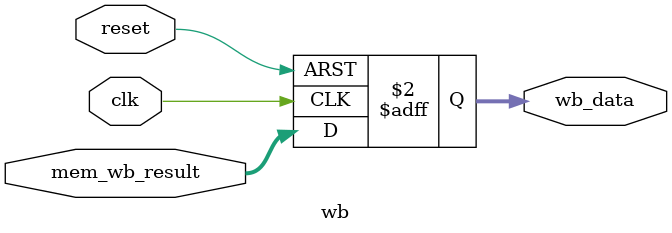
<source format=sv>
module wb (
    input wire clk,
    input wire reset,
    input wire [31:0] mem_wb_result,
    output reg [31:0] wb_data
);
    always @(posedge clk or posedge reset) begin
        if (reset) begin
            wb_data <= 32'h0;
        end else begin
            wb_data <= mem_wb_result;
        end
    end
endmodule
</source>
